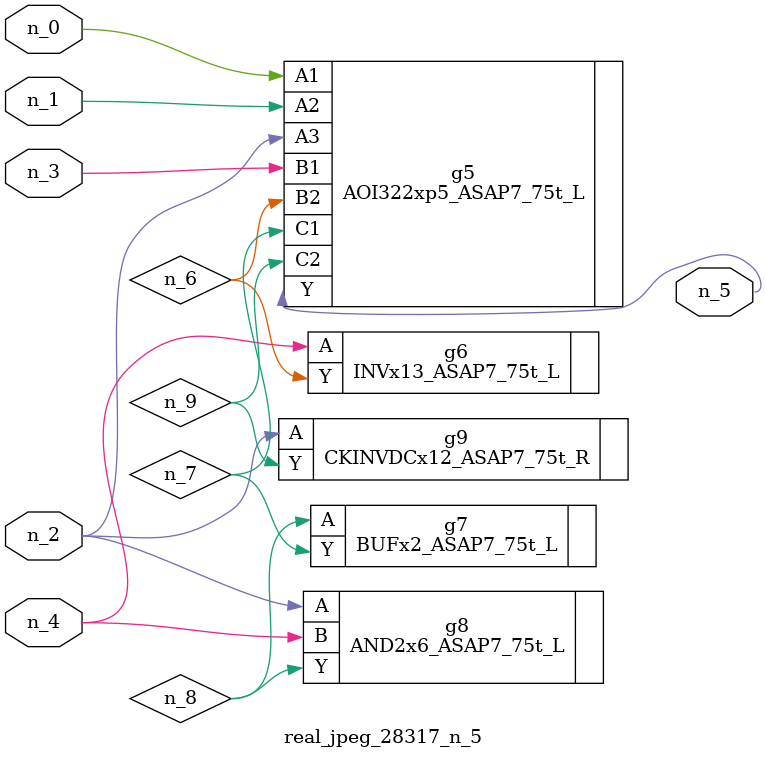
<source format=v>
module real_jpeg_28317_n_5 (n_4, n_0, n_1, n_2, n_3, n_5);

input n_4;
input n_0;
input n_1;
input n_2;
input n_3;

output n_5;

wire n_8;
wire n_6;
wire n_7;
wire n_9;

AOI322xp5_ASAP7_75t_L g5 ( 
.A1(n_0),
.A2(n_1),
.A3(n_2),
.B1(n_3),
.B2(n_6),
.C1(n_7),
.C2(n_9),
.Y(n_5)
);

AND2x6_ASAP7_75t_L g8 ( 
.A(n_2),
.B(n_4),
.Y(n_8)
);

CKINVDCx12_ASAP7_75t_R g9 ( 
.A(n_2),
.Y(n_9)
);

INVx13_ASAP7_75t_L g6 ( 
.A(n_4),
.Y(n_6)
);

BUFx2_ASAP7_75t_L g7 ( 
.A(n_8),
.Y(n_7)
);


endmodule
</source>
